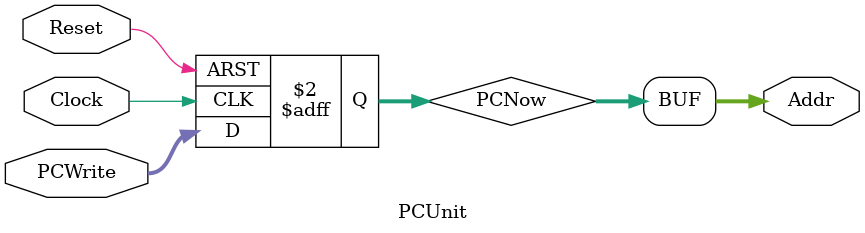
<source format=v>
module PCUnit(Clock, Reset, PCWrite, Addr);

input Clock;
input Reset;
input [31:0] PCWrite;
output [31:0] Addr;

reg [31:0] PCNow;
always @(posedge Clock or posedge Reset)
begin
	if (Reset)
		PCNow <= 32'h0000_3000;
	else
		PCNow <= PCWrite;
end
assign Addr = PCNow;

endmodule

</source>
